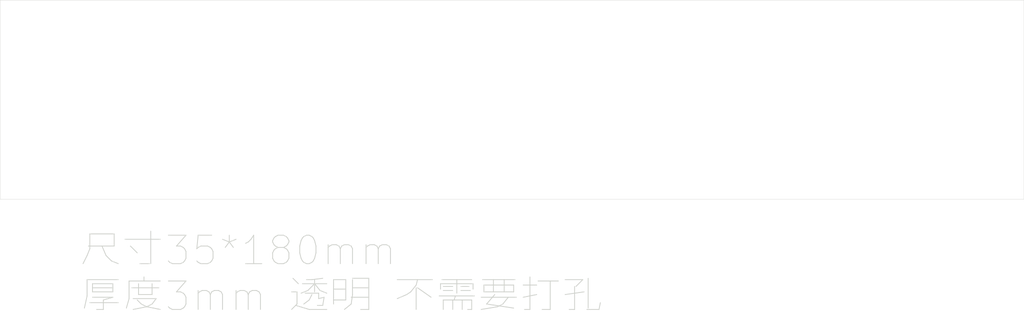
<source format=kicad_pcb>
(kicad_pcb
	(version 20240108)
	(generator "pcbnew")
	(generator_version "8.0")
	(general
		(thickness 1.6)
		(legacy_teardrops no)
	)
	(paper "A4")
	(layers
		(0 "F.Cu" signal)
		(31 "B.Cu" signal)
		(32 "B.Adhes" user "B.Adhesive")
		(33 "F.Adhes" user "F.Adhesive")
		(34 "B.Paste" user)
		(35 "F.Paste" user)
		(36 "B.SilkS" user "B.Silkscreen")
		(37 "F.SilkS" user "F.Silkscreen")
		(38 "B.Mask" user)
		(39 "F.Mask" user)
		(40 "Dwgs.User" user "User.Drawings")
		(41 "Cmts.User" user "User.Comments")
		(42 "Eco1.User" user "User.Eco1")
		(43 "Eco2.User" user "User.Eco2")
		(44 "Edge.Cuts" user)
		(45 "Margin" user)
		(46 "B.CrtYd" user "B.Courtyard")
		(47 "F.CrtYd" user "F.Courtyard")
		(48 "B.Fab" user)
		(49 "F.Fab" user)
		(50 "User.1" user)
		(51 "User.2" user)
		(52 "User.3" user)
		(53 "User.4" user)
		(54 "User.5" user)
		(55 "User.6" user)
		(56 "User.7" user)
		(57 "User.8" user)
		(58 "User.9" user)
	)
	(setup
		(pad_to_mask_clearance 0)
		(allow_soldermask_bridges_in_footprints no)
		(pcbplotparams
			(layerselection 0x0001000_7ffffffe)
			(plot_on_all_layers_selection 0x0000000_00000000)
			(disableapertmacros no)
			(usegerberextensions no)
			(usegerberattributes yes)
			(usegerberadvancedattributes yes)
			(creategerberjobfile yes)
			(dashed_line_dash_ratio 12.000000)
			(dashed_line_gap_ratio 3.000000)
			(svgprecision 4)
			(plotframeref no)
			(viasonmask no)
			(mode 1)
			(useauxorigin no)
			(hpglpennumber 1)
			(hpglpenspeed 20)
			(hpglpendiameter 15.000000)
			(pdf_front_fp_property_popups yes)
			(pdf_back_fp_property_popups yes)
			(dxfpolygonmode yes)
			(dxfimperialunits no)
			(dxfusepcbnewfont yes)
			(psnegative no)
			(psa4output no)
			(plotreference yes)
			(plotvalue yes)
			(plotfptext yes)
			(plotinvisibletext no)
			(sketchpadsonfab no)
			(subtractmaskfromsilk no)
			(outputformat 3)
			(mirror no)
			(drillshape 0)
			(scaleselection 1)
			(outputdirectory "dxf/")
		)
	)
	(net 0 "")
	(gr_rect
		(start 20 20)
		(end 200 55)
		(stroke
			(width 0.05)
			(type default)
		)
		(fill none)
		(layer "Edge.Cuts")
		(uuid "b1a43c4c-2cf7-4836-a302-cb0bf730839c")
	)
	(gr_text "尺寸35*180mm\n厚度3mm 透明 不需要打孔"
		(at 34 75 0)
		(layer "Edge.Cuts")
		(uuid "729f5734-9e01-4b97-991b-e20fb67002c7")
		(effects
			(font
				(size 5 5)
				(thickness 0.15)
			)
			(justify left bottom)
		)
	)
)

</source>
